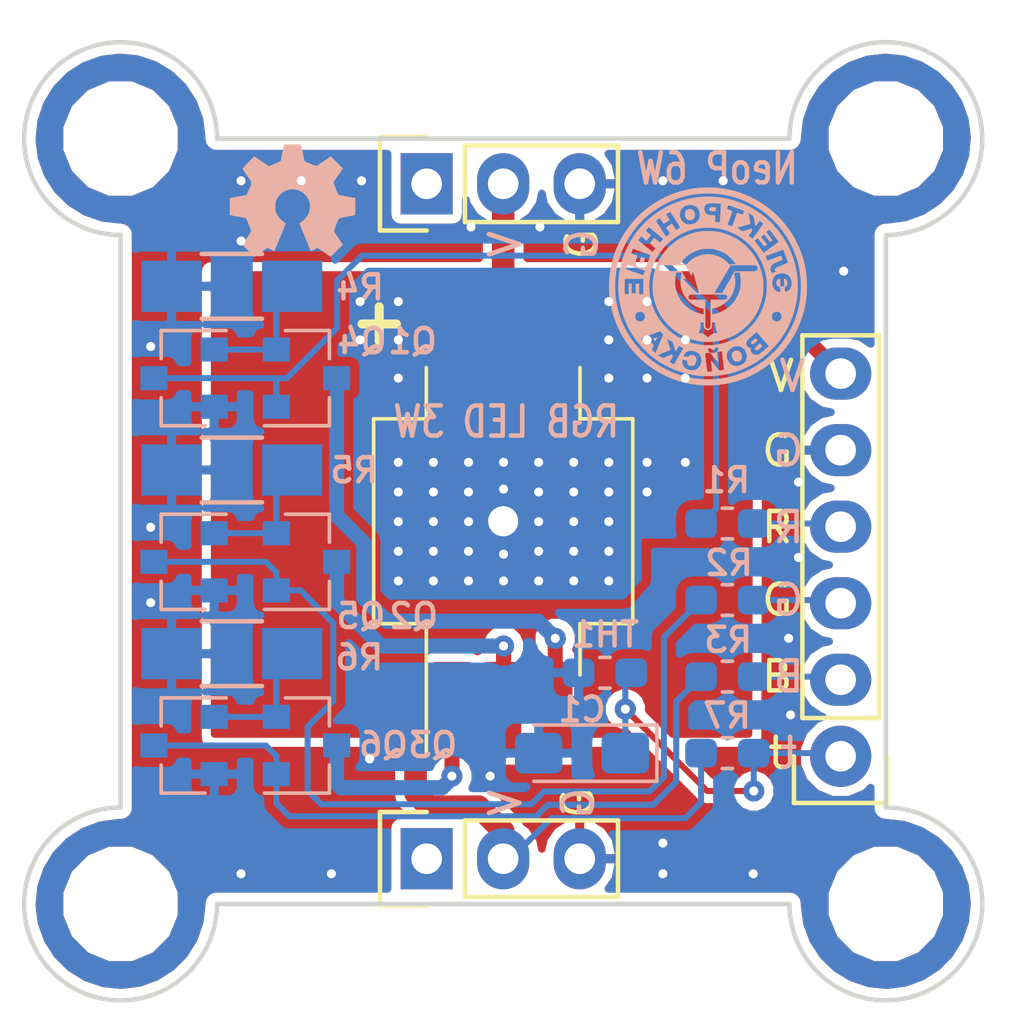
<source format=kicad_pcb>
(kicad_pcb (version 20171130) (host pcbnew "(5.0.0)")
  (layers (0 F.Cu signal) (31 B.Cu signal) (34 B.Paste user) (35 F.Paste user) (36 B.SilkS user) (37 F.SilkS user) (38 B.Mask user hide) (39 F.Mask user hide) (44 Edge.Cuts user))
  (net 0 "")
  (net 1 GND)
  (net 2 +5V)
  (net 3 "Net-(D1-Pad3)")
  (net 4 "Net-(D1-Pad2)")
  (net 5 "Net-(D1-Pad1)")
  (net 6 R)
  (net 7 G)
  (net 8 B)
  (net 9 TC)
  (net 10 "Net-(Q1-Pad1)")
  (net 11 "Net-(Q2-Pad1)")
  (net 12 "Net-(Q3-Pad1)")
  (net 13 "Net-(Q1-Pad2)")
  (net 14 "Net-(Q2-Pad2)")
  (net 15 "Net-(Q3-Pad2)")
  (module Mounting_Holes:MountingHole_3.2mm_M3 (layer F.Cu) (at 125.4 100)
    (fp_text reference REF** hide)
    (fp_text value MountingHole_3.2mm_M3)
    (pad 1 np_thru_hole circle (at 0 0) (size 3.2 3.2) (drill 3.2) (layers *.Cu *.Mask))
  )
  (module Mounting_Holes:MountingHole_3.2mm_M3 (layer F.Cu) (at 100 100)
    (fp_text reference REF** hide)
    (fp_text value MountingHole_3.2mm_M3)
    (pad 1 np_thru_hole circle (at 0 0) (size 3.2 3.2) (drill 3.2) (layers *.Cu *.Mask))
  )
  (module Mounting_Holes:MountingHole_3.2mm_M3 (layer F.Cu) (at 100 74.6)
    (fp_text reference REF** hide)
    (fp_text value MountingHole_3.2mm_M3)
    (pad 1 np_thru_hole circle (at 0 0) (size 3.2 3.2) (drill 3.2) (layers *.Cu *.Mask))
  )
  (module LED_SMD:LED_RGB_Getian_GT-P6PRGB4303 (layer F.Cu) (at 112.7 87.3 90)
    (fp_text reference D1 hide)
    (fp_text value LED_RGB)
    (pad 3 smd rect (at -6.22 1.7 90) (size 3.1 1.2) (layers F.Cu F.Paste F.Mask) (net 3 "Net-(D1-Pad3)"))
    (pad 2 smd rect (at -6.22 0 90) (size 3.1 1.2) (layers F.Cu F.Paste F.Mask) (net 4 "Net-(D1-Pad2)"))
    (pad 1 smd rect (at -6.22 -1.7 90) (size 3.1 1.2) (layers F.Cu F.Paste F.Mask) (net 5 "Net-(D1-Pad1)"))
    (pad "" thru_hole rect (at 0 0 90) (size 4.8 8) (drill 1) (layers *.Cu *.Mask) (net 2 +5V))
    (pad 6 smd rect (at 6.22 -1.7 270) (size 3.1 1.2) (layers F.Cu F.Paste F.Mask) (net 2 +5V))
    (pad 5 smd rect (at 6.22 0 270) (size 3.1 1.2) (layers F.Cu F.Paste F.Mask) (net 2 +5V))
    (pad 4 smd rect (at 6.22 1.7 270) (size 3.1 1.2) (layers F.Cu F.Paste F.Mask) (net 2 +5V))
  )
  (module Pin_Headers:Pin_Header_Straight_1x06 (layer F.Cu) (at 123.9 95.1 180)
    (fp_text reference J1 hide)
    (fp_text value Conn_01x06_Male)
    (pad 6 thru_hole oval (at 0 12.7 180) (size 2.032 1.7272) (drill 1.016) (layers *.Cu *.Mask) (net 2 +5V))
    (pad 5 thru_hole oval (at 0 10.16 180) (size 2.032 1.7272) (drill 1.016) (layers *.Cu *.Mask) (net 1 GND))
    (pad 4 thru_hole oval (at 0 7.62 180) (size 2.032 1.7272) (drill 1.016) (layers *.Cu *.Mask) (net 6 R))
    (pad 3 thru_hole oval (at 0 5.08 180) (size 2.032 1.7272) (drill 1.016) (layers *.Cu *.Mask) (net 7 G))
    (pad 2 thru_hole oval (at 0 2.54 180) (size 2.032 1.7272) (drill 1.016) (layers *.Cu *.Mask) (net 8 B))
    (pad 1 thru_hole circle (at 0 0 180) (size 2.032 2.032) (drill 1.016) (layers *.Cu *.Mask) (net 9 TC))
  )
  (module Resistors_SMD:R_1206_HandSoldering (layer B.Cu) (at 103.6955 79.502)
    (fp_text reference R4 (at 4.2545 0.0381) (layer B.SilkS) (effects (font (size 0.8 0.8)) (justify mirror)))
    (fp_text value 1,8R)
    (pad 1 smd rect (at -2 0) (size 2 1.7) (layers B.Cu B.Paste B.Mask) (net 1 GND))
    (pad 2 smd rect (at 2 0) (size 2 1.7) (layers B.Cu B.Paste B.Mask) (net 13 "Net-(Q1-Pad2)"))
  )
  (module Resistors_SMD:R_1206_HandSoldering (layer B.Cu) (at 103.6955 85.598)
    (fp_text reference R5 (at 4.064 0.0127) (layer B.SilkS) (effects (font (size 0.8 0.8)) (justify mirror)))
    (fp_text value 1,8R)
    (pad 1 smd rect (at -2 0) (size 2 1.7) (layers B.Cu B.Paste B.Mask) (net 1 GND))
    (pad 2 smd rect (at 2 0) (size 2 1.7) (layers B.Cu B.Paste B.Mask) (net 14 "Net-(Q2-Pad2)"))
  )
  (module Resistors_SMD:R_1206_HandSoldering (layer B.Cu) (at 103.6955 91.694)
    (fp_text reference R6 (at 4.2291 0.127) (layer B.SilkS) (effects (font (size 0.8 0.8)) (justify mirror)))
    (fp_text value 1,8R)
    (pad 2 smd rect (at 2 0) (size 2 1.7) (layers B.Cu B.Paste B.Mask) (net 15 "Net-(Q3-Pad2)"))
    (pad 1 smd rect (at -2 0) (size 2 1.7) (layers B.Cu B.Paste B.Mask) (net 1 GND))
  )
  (module Socket_Strips:Socket_Strip_Straight_1x03 (layer F.Cu) (at 110.16 76.1)
    (fp_text reference J2 hide)
    (fp_text value Conn_01x03_Female)
    (pad 1 thru_hole rect (at 0 0) (size 1.7272 2.032) (drill 1.016) (layers *.Cu *.Mask))
    (pad 2 thru_hole oval (at 2.54 0) (size 1.7272 2.032) (drill 1.016) (layers *.Cu *.Mask) (net 2 +5V))
    (pad 3 thru_hole oval (at 5.08 0) (size 1.7272 2.032) (drill 1.016) (layers *.Cu *.Mask) (net 1 GND))
  )
  (module Socket_Strips:Socket_Strip_Straight_1x03 (layer F.Cu) (at 110.16 98.5)
    (fp_text reference J3 hide)
    (fp_text value Conn_01x03_Female)
    (pad 3 thru_hole oval (at 5.08 0) (size 1.7272 2.032) (drill 1.016) (layers *.Cu *.Mask) (net 1 GND))
    (pad 2 thru_hole oval (at 2.54 0) (size 1.7272 2.032) (drill 1.016) (layers *.Cu *.Mask) (net 2 +5V))
    (pad 1 thru_hole rect (at 0 0) (size 1.7272 2.032) (drill 1.016) (layers *.Cu *.Mask))
  )
  (module Resistor_SMD:R_0603_1608Metric_Pad1.05x0.95mm_HandSolder (layer B.Cu) (at 120.142 87.376)
    (fp_text reference R1 (at -0.0381 -1.4351) (layer B.SilkS) (effects (font (size 0.8 0.8)) (justify mirror)))
    (fp_text value 47k)
    (pad 1 smd roundrect (at -0.875 0) (size 1.05 0.95) (layers B.Cu B.Paste B.Mask) (net 10 "Net-(Q1-Pad1)"))
    (pad 2 smd roundrect (at 0.875 0) (size 1.05 0.95) (layers B.Cu B.Paste B.Mask) (net 6 R))
  )
  (module Resistor_SMD:R_0603_1608Metric_Pad1.05x0.95mm_HandSolder (layer B.Cu) (at 120.142 89.916)
    (fp_text reference R2 (at 0.0508 -1.2319) (layer B.SilkS) (effects (font (size 0.8 0.8)) (justify mirror)))
    (fp_text value 47k)
    (pad 1 smd roundrect (at -0.875 0) (size 1.05 0.95) (layers B.Cu B.Paste B.Mask) (net 11 "Net-(Q2-Pad1)"))
    (pad 2 smd roundrect (at 0.875 0) (size 1.05 0.95) (layers B.Cu B.Paste B.Mask) (net 7 G))
  )
  (module Resistor_SMD:R_0603_1608Metric_Pad1.05x0.95mm_HandSolder (layer B.Cu) (at 120.142 92.456)
    (fp_text reference R3 (at 0.0254 -1.2192) (layer B.SilkS) (effects (font (size 0.8 0.8)) (justify mirror)))
    (fp_text value 47k)
    (pad 2 smd roundrect (at 0.875 0) (size 1.05 0.95) (layers B.Cu B.Paste B.Mask) (net 8 B))
    (pad 1 smd roundrect (at -0.875 0) (size 1.05 0.95) (layers B.Cu B.Paste B.Mask) (net 12 "Net-(Q3-Pad1)"))
  )
  (module Resistor_SMD:R_0603_1608Metric_Pad1.05x0.95mm_HandSolder (layer B.Cu) (at 120.142 94.996 180)
    (fp_text reference R7 (at 0.0127 1.2446 180) (layer B.SilkS) (effects (font (size 0.8 0.8)) (justify mirror)))
    (fp_text value 4,7k)
    (pad 2 smd roundrect (at 0.875 0 180) (size 1.05 0.95) (layers B.Cu B.Paste B.Mask) (net 2 +5V))
    (pad 1 smd roundrect (at -0.875 0 180) (size 1.05 0.95) (layers B.Cu B.Paste B.Mask) (net 9 TC))
  )
  (module Resistor_SMD:R_0603_1608Metric_Pad1.05x0.95mm_HandSolder (layer B.Cu) (at 116.078 92.329 180)
    (fp_text reference TH1 (at -0.0127 1.27 180) (layer B.SilkS) (effects (font (size 0.8 0.8)) (justify mirror)))
    (fp_text value Thermistor_NTC)
    (pad 1 smd roundrect (at -0.875 0 180) (size 1.05 0.95) (layers B.Cu B.Paste B.Mask) (net 9 TC))
    (pad 2 smd roundrect (at 0.875 0 180) (size 1.05 0.95) (layers B.Cu B.Paste B.Mask) (net 1 GND))
  )
  (module Package_TO_SOT_SMD:SOT-23 (layer B.Cu) (at 106.172 82.55)
    (fp_text reference Q1 (at 3.5164 -1.2254) (layer B.SilkS) (effects (font (size 0.8 0.8)) (justify mirror)))
    (fp_text value IRLML2060TRPBF)
    (pad 1 smd rect (at -1 0.95) (size 0.9 0.8) (layers B.Cu B.Paste B.Mask) (net 10 "Net-(Q1-Pad1)"))
    (pad 2 smd rect (at -1 -0.95) (size 0.9 0.8) (layers B.Cu B.Paste B.Mask) (net 13 "Net-(Q1-Pad2)"))
    (pad 3 smd rect (at 1 0) (size 0.9 0.8) (layers B.Cu B.Paste B.Mask) (net 3 "Net-(D1-Pad3)"))
  )
  (module Package_TO_SOT_SMD:SOT-23 (layer B.Cu) (at 106.172 88.646)
    (fp_text reference Q2 (at 3.556 1.8034) (layer B.SilkS) (effects (font (size 0.8 0.8)) (justify mirror)))
    (fp_text value IRLML2060TRPBF)
    (pad 1 smd rect (at -1 0.95) (size 0.9 0.8) (layers B.Cu B.Paste B.Mask) (net 11 "Net-(Q2-Pad1)"))
    (pad 2 smd rect (at -1 -0.95) (size 0.9 0.8) (layers B.Cu B.Paste B.Mask) (net 14 "Net-(Q2-Pad2)"))
    (pad 3 smd rect (at 1 0) (size 0.9 0.8) (layers B.Cu B.Paste B.Mask) (net 4 "Net-(D1-Pad2)"))
  )
  (module Package_TO_SOT_SMD:SOT-23 (layer B.Cu) (at 106.172 94.742)
    (fp_text reference Q3 (at 4.191 -0.0127) (layer B.SilkS) (effects (font (size 0.8 0.8)) (justify mirror)))
    (fp_text value IRLML2060TRPBF)
    (pad 3 smd rect (at 1 0) (size 0.9 0.8) (layers B.Cu B.Paste B.Mask) (net 5 "Net-(D1-Pad1)"))
    (pad 2 smd rect (at -1 -0.95) (size 0.9 0.8) (layers B.Cu B.Paste B.Mask) (net 15 "Net-(Q3-Pad2)"))
    (pad 1 smd rect (at -1 0.95) (size 0.9 0.8) (layers B.Cu B.Paste B.Mask) (net 12 "Net-(Q3-Pad1)"))
  )
  (module Package_TO_SOT_SMD:SOT-23 (layer B.Cu) (at 102.108 82.55 180)
    (fp_text reference Q4 (at -5.904 1.2254 180) (layer B.SilkS) (effects (font (size 0.8 0.8)) (justify mirror)))
    (fp_text value MMBT2222A)
    (pad 1 smd rect (at -1 0.95 180) (size 0.9 0.8) (layers B.Cu B.Paste B.Mask) (net 13 "Net-(Q1-Pad2)"))
    (pad 2 smd rect (at -1 -0.95 180) (size 0.9 0.8) (layers B.Cu B.Paste B.Mask) (net 1 GND))
    (pad 3 smd rect (at 1 0 180) (size 0.9 0.8) (layers B.Cu B.Paste B.Mask) (net 10 "Net-(Q1-Pad1)"))
  )
  (module Package_TO_SOT_SMD:SOT-23 (layer B.Cu) (at 102.108 88.646 180)
    (fp_text reference Q5 (at -5.8674 -1.8034 180) (layer B.SilkS) (effects (font (size 0.8 0.8)) (justify mirror)))
    (fp_text value MMBT2222A)
    (pad 3 smd rect (at 1 0 180) (size 0.9 0.8) (layers B.Cu B.Paste B.Mask) (net 11 "Net-(Q2-Pad1)"))
    (pad 2 smd rect (at -1 -0.95 180) (size 0.9 0.8) (layers B.Cu B.Paste B.Mask) (net 1 GND))
    (pad 1 smd rect (at -1 0.95 180) (size 0.9 0.8) (layers B.Cu B.Paste B.Mask) (net 14 "Net-(Q2-Pad2)"))
  )
  (module Package_TO_SOT_SMD:SOT-23 (layer B.Cu) (at 102.108 94.742 180)
    (fp_text reference Q6 (at -6.6167 0.0127 180) (layer B.SilkS) (effects (font (size 0.8 0.8)) (justify mirror)))
    (fp_text value MMBT2222A)
    (pad 3 smd rect (at 1 0 180) (size 0.9 0.8) (layers B.Cu B.Paste B.Mask) (net 12 "Net-(Q3-Pad1)"))
    (pad 2 smd rect (at -1 -0.95 180) (size 0.9 0.8) (layers B.Cu B.Paste B.Mask) (net 1 GND))
    (pad 1 smd rect (at -1 0.95 180) (size 0.9 0.8) (layers B.Cu B.Paste B.Mask) (net 15 "Net-(Q3-Pad2)"))
  )
  (module Capacitor_Tantalum_SMD:CP_EIA-3216-18_Kemet-A_Pad1.58x1.35mm_HandSolder (layer B.Cu) (at 115.316 94.996 180)
    (fp_text reference C1 (at 0 1.4478 180) (layer B.SilkS) (effects (font (size 0.8 0.8)) (justify mirror)))
    (fp_text value CP)
    (pad 1 smd roundrect (at -1.4375 0 180) (size 1.575 1.35) (layers B.Cu B.Paste B.Mask) (roundrect_rratio 0.185185) (net 9 TC))
    (pad 2 smd roundrect (at 1.4375 0 180) (size 1.575 1.35) (layers B.Cu B.Paste B.Mask) (roundrect_rratio 0.185185) (net 1 GND))
  )
  (module Symbols:RDC_PCB (layer B.Cu) (at 119.5 79.5 180)
    (fp_text reference G*** hide)
    (fp_text value LOGO hide)
  )
  (module Symbols:oshw_5mm (layer B.Cu) (at 105.7 76.7 180)
    (fp_text reference G*** hide)
    (fp_text value LOGO hide)
  )
  (module Mounting_Holes:MountingHole_3.2mm_M3 (layer F.Cu) (at 125.4 74.6)
    (fp_text reference REF** hide)
    (fp_text value MountingHole_3.2mm_M3)
    (pad 1 np_thru_hole circle (at 0 0) (size 3.2 3.2) (drill 3.2) (layers *.Cu *.Mask))
  )
  (gr_text "NeoP 6W" (at 119.8 75.6) (layer B.SilkS) (effects (font (size 1 0.8)) (justify mirror)))
  (gr_text "RGB LED 3W" (at 112.8 84) (layer B.SilkS) (effects (font (size 1 0.8)) (justify mirror)))
  (gr_text + (at 108.585 80.645) (layer F.SilkS) (effects (font (size 1.5 1.5) (thickness 0.3))))
  (gr_text G (at 115.316 78.105 90) (layer B.SilkS) (effects (font (size 1 1)) (justify mirror)))
  (gr_text V (at 112.776 78.105 90) (layer B.SilkS) (effects (font (size 1 1)) (justify mirror)))
  (gr_text V (at 112.776 96.647 90) (layer B.SilkS) (effects (font (size 1 1)) (justify mirror)))
  (gr_text G (at 115.189 96.647 90) (layer B.SilkS) (effects (font (size 1 1)) (justify mirror)))
  (gr_text V (at 112.776 96.647 90) (layer F.SilkS) (effects (font (size 1 1))))
  (gr_text G (at 115.189 96.647 90) (layer F.SilkS) (effects (font (size 1 1))))
  (gr_text G (at 115.316 78.105 90) (layer F.SilkS) (effects (font (size 1 1))))
  (gr_text V (at 112.776 78.105 90) (layer F.SilkS) (effects (font (size 1 1))))
  (gr_text t (at 122.174 94.996) (layer B.SilkS) (effects (font (size 1 1)) (justify mirror)))
  (gr_text B (at 122.174 92.456) (layer B.SilkS) (effects (font (size 1 1)) (justify mirror)))
  (gr_text G (at 122.174 89.916) (layer B.SilkS) (effects (font (size 1 1)) (justify mirror)))
  (gr_text R (at 122.174 87.503) (layer B.SilkS) (effects (font (size 1 1)) (justify mirror)))
  (gr_text G (at 122.174 84.963) (layer B.SilkS) (effects (font (size 1 1)) (justify mirror)))
  (gr_text V (at 122.301 82.4865) (layer B.SilkS) (effects (font (size 1 1)) (justify mirror)))
  (gr_text t (at 121.793 94.996) (layer F.SilkS) (effects (font (size 1 1))))
  (gr_text B (at 121.793 92.456) (layer F.SilkS) (effects (font (size 1 1))))
  (gr_text G (at 121.793 89.916) (layer F.SilkS) (effects (font (size 1 1))))
  (gr_text R (at 121.793 87.503) (layer F.SilkS) (effects (font (size 1 1))))
  (gr_text G (at 121.793 84.963) (layer F.SilkS) (effects (font (size 1 1))))
  (gr_text V (at 121.92 82.4865) (layer F.SilkS) (effects (font (size 1 1))))
  (gr_arc (start 100 100) (end 100 96.8) (angle -270) (layer Edge.Cuts) (width 0.15))
  (gr_arc (start 125.4 100) (end 122.2 100) (angle -270) (layer Edge.Cuts) (width 0.15))
  (gr_arc (start 125.4 74.6) (end 125.4 77.8) (angle -270) (layer Edge.Cuts) (width 0.15))
  (gr_arc (start 100 74.6) (end 103.2 74.6) (angle -270) (layer Edge.Cuts) (width 0.15))
  (gr_line (start 122.2 100) (end 103.2 100) (layer Edge.Cuts) (width 0.15))
  (gr_line (start 125.4 77.8) (end 125.4 96.8) (layer Edge.Cuts) (width 0.15))
  (gr_line (start 103.2 74.6) (end 122.2 74.6) (layer Edge.Cuts) (width 0.15))
  (gr_line (start 100 96.8) (end 100 77.8) (layer Edge.Cuts) (width 0.15))
  (via (at 104 99) (size 0.7) (drill 0.3) (layers F.Cu B.Cu) (net 1))
  (via (at 107 99) (size 0.7) (drill 0.3) (layers F.Cu B.Cu) (net 1))
  (via (at 108 76) (size 0.7) (drill 0.3) (layers F.Cu B.Cu) (net 1))
  (via (at 104 76) (size 0.7) (drill 0.3) (layers F.Cu B.Cu) (net 1))
  (via (at 106 76) (size 0.7) (drill 0.3) (layers F.Cu B.Cu) (net 1))
  (via (at 118 99) (size 0.7) (drill 0.3) (layers F.Cu B.Cu) (net 1))
  (via (at 121 99) (size 0.7) (drill 0.3) (layers F.Cu B.Cu) (net 1))
  (via (at 122.5 88.5) (size 0.7) (drill 0.3) (layers F.Cu B.Cu) (net 1))
  (via (at 122.5 86) (size 0.7) (drill 0.3) (layers F.Cu B.Cu) (net 1))
  (via (at 101 87.5) (size 0.7) (drill 0.3) (layers F.Cu B.Cu) (net 1))
  (via (at 101 90) (size 0.7) (drill 0.3) (layers F.Cu B.Cu) (net 1))
  (via (at 101 81.5) (size 0.7) (drill 0.3) (layers F.Cu B.Cu) (net 1))
  (via (at 112.268 95.758) (size 0.7) (drill 0.3) (layers F.Cu B.Cu) (net 1))
  (via (at 122.2375 93.726) (size 0.7) (drill 0.3) (layers F.Cu B.Cu) (net 1))
  (via (at 122.174 91.186) (size 0.7) (drill 0.3) (layers F.Cu B.Cu) (net 1))
  (via (at 113.919 77.5335) (size 0.7) (drill 0.3) (layers F.Cu B.Cu) (net 1))
  (via (at 111.633 77.5335) (size 0.7) (drill 0.3) (layers F.Cu B.Cu) (net 1))
  (via (at 118 76) (size 0.7) (drill 0.3) (layers F.Cu B.Cu) (net 1))
  (via (at 120 76) (size 0.7) (drill 0.3) (layers F.Cu B.Cu) (net 1))
  (via (at 124 79) (size 0.7) (drill 0.3) (layers F.Cu B.Cu) (net 1))
  (via (at 104 78) (size 0.7) (drill 0.3) (layers F.Cu B.Cu) (net 1))
  (via (at 108.2675 95.1865) (size 0.7) (drill 0.3) (layers F.Cu B.Cu) (net 1))
  (via (at 118 97.9805) (size 0.7) (drill 0.3) (layers F.Cu B.Cu) (net 1))
  (via (at 112.712498 89.281) (size 0.7) (drill 0.3) (layers F.Cu B.Cu) (net 2))
  (via (at 112.712498 88.392) (size 0.7) (drill 0.3) (layers F.Cu B.Cu) (net 2))
  (via (at 113.876664 86.32825) (size 0.7) (drill 0.3) (layers F.Cu B.Cu) (net 2))
  (via (at 110.384166 89.281) (size 0.7) (drill 0.3) (layers F.Cu B.Cu) (net 2))
  (via (at 116.205 89.281) (size 0.7) (drill 0.3) (layers F.Cu B.Cu) (net 2))
  (via (at 115.04083 89.281) (size 0.7) (drill 0.3) (layers F.Cu B.Cu) (net 2))
  (via (at 113.876664 89.281) (size 0.7) (drill 0.3) (layers F.Cu B.Cu) (net 2))
  (via (at 111.548332 89.281) (size 0.7) (drill 0.3) (layers F.Cu B.Cu) (net 2))
  (via (at 111.548332 88.29675) (size 0.7) (drill 0.3) (layers F.Cu B.Cu) (net 2))
  (via (at 113.876664 88.29675) (size 0.7) (drill 0.3) (layers F.Cu B.Cu) (net 2))
  (via (at 115.04083 88.29675) (size 0.7) (drill 0.3) (layers F.Cu B.Cu) (net 2))
  (via (at 111.548332 85.344) (size 0.7) (drill 0.3) (layers F.Cu B.Cu) (net 2))
  (via (at 113.876664 85.344) (size 0.7) (drill 0.3) (layers F.Cu B.Cu) (net 2))
  (via (at 115.04083 86.32825) (size 0.7) (drill 0.3) (layers F.Cu B.Cu) (net 2))
  (via (at 115.04083 85.344) (size 0.7) (drill 0.3) (layers F.Cu B.Cu) (net 2))
  (via (at 110.384166 86.32825) (size 0.7) (drill 0.3) (layers F.Cu B.Cu) (net 2))
  (via (at 110.384166 85.344) (size 0.7) (drill 0.3) (layers F.Cu B.Cu) (net 2))
  (via (at 109.22 86.32825) (size 0.7) (drill 0.3) (layers F.Cu B.Cu) (net 2))
  (via (at 109.22 88.29675) (size 0.7) (drill 0.3) (layers F.Cu B.Cu) (net 2))
  (via (at 116.205 88.29675) (size 0.7) (drill 0.3) (layers F.Cu B.Cu) (net 2))
  (via (at 116.205 86.32825) (size 0.7) (drill 0.3) (layers F.Cu B.Cu) (net 2))
  (via (at 116.205 85.344) (size 0.7) (drill 0.3) (layers F.Cu B.Cu) (net 2))
  (via (at 109.22 85.344) (size 0.7) (drill 0.3) (layers F.Cu B.Cu) (net 2))
  (segment (start 112.7 81.08) (end 111 81.08) (width 0.5) (layer F.Cu) (net 2))
  (segment (start 112.7 81.08) (end 114.4 81.08) (width 0.5) (layer F.Cu) (net 2))
  (segment (start 114.4 81.08) (end 116.205 81.08) (width 0.5) (layer F.Cu) (net 2))
  (segment (start 122.58 81.08) (end 123.9 82.4) (width 0.5) (layer F.Cu) (net 2))
  (segment (start 112.7 83.13) (end 112.7 83.82) (width 0.5) (layer F.Cu) (net 2))
  (segment (start 112.7 81.08) (end 112.7 83.13) (width 0.5) (layer F.Cu) (net 2))
  (segment (start 111.836 87.3) (end 111.836 87.3) (width 0.5) (layer F.Cu) (net 2))
  (segment (start 112.7 98.5) (end 112.7 98.3476) (width 0.5) (layer B.Cu) (net 2))
  (via (at 109.22 82.55) (size 0.7) (drill 0.3) (layers F.Cu B.Cu) (net 2))
  (via (at 109.22 81.28) (size 0.7) (drill 0.3) (layers F.Cu B.Cu) (net 2))
  (via (at 109.22 80.01) (size 0.7) (drill 0.3) (layers F.Cu B.Cu) (net 2))
  (via (at 116.205 82.55) (size 0.7) (drill 0.3) (layers F.Cu B.Cu) (net 2))
  (segment (start 116.205 81.08) (end 117.475 81.08) (width 0.5) (layer F.Cu) (net 2))
  (via (at 116.205 81.28) (size 0.7) (drill 0.3) (layers F.Cu B.Cu) (net 2))
  (via (at 116.205 80.01) (size 0.7) (drill 0.3) (layers F.Cu B.Cu) (net 2))
  (via (at 117.475 82.55) (size 0.7) (drill 0.3) (layers F.Cu B.Cu) (net 2))
  (segment (start 117.475 81.08) (end 118.745 81.08) (width 0.5) (layer F.Cu) (net 2))
  (via (at 117.475 81.28) (size 0.7) (drill 0.3) (layers F.Cu B.Cu) (net 2))
  (via (at 117.475 80.01) (size 0.7) (drill 0.3) (layers F.Cu B.Cu) (net 2))
  (segment (start 118.745 81.08) (end 122.58 81.08) (width 0.5) (layer F.Cu) (net 2))
  (via (at 118.745 81.28) (size 0.7) (drill 0.3) (layers F.Cu B.Cu) (net 2))
  (via (at 118.745 82.55) (size 0.7) (drill 0.3) (layers F.Cu B.Cu) (net 2))
  (via (at 117.475 85.344) (size 0.7) (drill 0.3) (layers F.Cu B.Cu) (net 2))
  (via (at 118.745 85.344) (size 0.7) (drill 0.3) (layers F.Cu B.Cu) (net 2))
  (via (at 117.475 86.32825) (size 0.7) (drill 0.3) (layers F.Cu B.Cu) (net 2))
  (via (at 107.95 80.01) (size 0.7) (drill 0.3) (layers F.Cu B.Cu) (net 2))
  (via (at 107.95 81.28) (size 0.7) (drill 0.3) (layers F.Cu B.Cu) (net 2))
  (via (at 110.384166 88.29675) (size 0.7) (drill 0.3) (layers F.Cu B.Cu) (net 2))
  (via (at 109.22 89.281) (size 0.7) (drill 0.3) (layers F.Cu B.Cu) (net 2))
  (via (at 111.548332 86.32825) (size 0.7) (drill 0.3) (layers F.Cu B.Cu) (net 2))
  (segment (start 112.7 85.725) (end 112.7 86.36) (width 0.5) (layer F.Cu) (net 2))
  (via (at 112.712498 85.344) (size 0.7) (drill 0.3) (layers F.Cu B.Cu) (net 2))
  (segment (start 112.7 86.36) (end 112.7 87.3) (width 0.5) (layer F.Cu) (net 2))
  (via (at 112.712498 86.233) (size 0.7) (drill 0.3) (layers F.Cu B.Cu) (net 2))
  (via (at 116.205 87.3125) (size 0.7) (drill 0.3) (layers F.Cu B.Cu) (net 2))
  (via (at 111.548332 87.3125) (size 0.7) (drill 0.3) (layers F.Cu B.Cu) (net 2))
  (via (at 113.876664 87.3125) (size 0.7) (drill 0.3) (layers F.Cu B.Cu) (net 2))
  (via (at 115.04083 87.3125) (size 0.7) (drill 0.3) (layers F.Cu B.Cu) (net 2))
  (via (at 109.22 87.3125) (size 0.7) (drill 0.3) (layers F.Cu B.Cu) (net 2))
  (via (at 110.384166 87.3125) (size 0.7) (drill 0.3) (layers F.Cu B.Cu) (net 2))
  (segment (start 112.7 83.82) (end 112.7 85.725) (width 0.5) (layer F.Cu) (net 2))
  (segment (start 112.7 98.222) (end 112.7 98.5) (width 0.5) (layer F.Cu) (net 2))
  (segment (start 112.7 87.3) (end 111.836 87.3) (width 0.5) (layer F.Cu) (net 2))
  (segment (start 111.836 87.3) (end 109.093 90.043) (width 0.5) (layer F.Cu) (net 2))
  (segment (start 109.093 90.043) (end 109.093 93.4085) (width 0.5) (layer F.Cu) (net 2))
  (segment (start 109.728 94.0435) (end 109.5375 94.0435) (width 0.5) (layer F.Cu) (net 2))
  (segment (start 109.728 94.0435) (end 109.7915 94.107) (width 0.5) (layer F.Cu) (net 2))
  (segment (start 109.093 93.4085) (end 109.728 94.0435) (width 0.5) (layer F.Cu) (net 2))
  (segment (start 109.5375 94.0435) (end 109.347 94.234) (width 0.5) (layer F.Cu) (net 2))
  (segment (start 112.7 98.5) (end 112.955 98.5) (width 0.2) (layer B.Cu) (net 2))
  (segment (start 112.955 98.5) (end 114.3 97.155) (width 0.2) (layer B.Cu) (net 2))
  (segment (start 114.3 97.155) (end 118.745 97.155) (width 0.2) (layer B.Cu) (net 2))
  (segment (start 119.267 96.633) (end 119.267 94.996) (width 0.2) (layer B.Cu) (net 2))
  (segment (start 118.745 97.155) (end 119.267 96.633) (width 0.2) (layer B.Cu) (net 2))
  (segment (start 112.7 76.1) (end 112.7 81.08) (width 0.75) (layer F.Cu) (net 2))
  (segment (start 109.7915 95.3135) (end 109.7915 96.3295) (width 0.75) (layer F.Cu) (net 2))
  (segment (start 109.7915 96.3295) (end 110.236 96.774) (width 0.75) (layer F.Cu) (net 2))
  (segment (start 110.236 96.774) (end 111.887 96.774) (width 0.75) (layer F.Cu) (net 2))
  (segment (start 112.7 97.587) (end 112.7 98.5) (width 0.75) (layer F.Cu) (net 2))
  (segment (start 111.887 96.774) (end 112.7 97.587) (width 0.75) (layer F.Cu) (net 2))
  (segment (start 109.7915 95.3135) (end 109.7915 94.107) (width 0.5) (layer F.Cu) (net 2))
  (segment (start 109.474 94.4245) (end 109.093 94.0435) (width 0.5) (layer F.Cu) (net 2))
  (segment (start 109.474 94.996) (end 109.474 94.4245) (width 0.5) (layer F.Cu) (net 2))
  (segment (start 109.093 94.0435) (end 109.093 94.615) (width 0.75) (layer F.Cu) (net 2))
  (segment (start 109.093 93.4085) (end 109.093 94.0435) (width 0.75) (layer F.Cu) (net 2))
  (segment (start 109.474 94.996) (end 109.7915 95.3135) (width 0.75) (layer F.Cu) (net 2))
  (segment (start 109.093 94.615) (end 109.474 94.996) (width 0.75) (layer F.Cu) (net 2))
  (via (at 114.427 91.186) (size 0.7) (drill 0.3) (layers F.Cu B.Cu) (net 3))
  (segment (start 114.427 93.493) (end 114.4 93.52) (width 0.5) (layer F.Cu) (net 3))
  (segment (start 114.427 91.186) (end 114.427 93.493) (width 0.5) (layer F.Cu) (net 3))
  (segment (start 113.8555 90.6145) (end 114.427 91.186) (width 0.5) (layer B.Cu) (net 3))
  (segment (start 108.839 90.6145) (end 113.8555 90.6145) (width 0.5) (layer B.Cu) (net 3))
  (segment (start 108.072001 89.847501) (end 108.839 90.6145) (width 0.5) (layer B.Cu) (net 3))
  (segment (start 108.072001 88.011) (end 108.072001 89.847501) (width 0.5) (layer B.Cu) (net 3))
  (segment (start 107.172 87.110999) (end 108.072001 88.011) (width 0.5) (layer B.Cu) (net 3))
  (segment (start 107.172 82.55) (end 107.172 87.110999) (width 0.5) (layer B.Cu) (net 3))
  (via (at 112.7125 91.44) (size 0.7) (drill 0.3) (layers F.Cu B.Cu) (net 4))
  (segment (start 112.7125 91.567) (end 112.7125 93.5075) (width 0.5) (layer F.Cu) (net 4))
  (segment (start 112.7125 93.5075) (end 112.7 93.52) (width 0.5) (layer F.Cu) (net 4))
  (segment (start 112.7125 91.44) (end 112.7125 93.5075) (width 0.5) (layer F.Cu) (net 4))
  (segment (start 107.172 89.9635) (end 107.172 88.646) (width 0.5) (layer B.Cu) (net 4))
  (segment (start 108.6485 91.44) (end 107.172 89.9635) (width 0.5) (layer B.Cu) (net 4))
  (segment (start 112.7125 91.44) (end 108.6485 91.44) (width 0.5) (layer B.Cu) (net 4))
  (via (at 110.998 95.758) (size 0.7) (drill 0.3) (layers F.Cu B.Cu) (net 5))
  (segment (start 110.67802 96.14148) (end 110.9345 95.885) (width 0.5) (layer B.Cu) (net 5))
  (segment (start 107.31748 96.14148) (end 110.67802 96.14148) (width 0.5) (layer B.Cu) (net 5))
  (segment (start 107.172 94.742) (end 107.172 95.996) (width 0.5) (layer B.Cu) (net 5))
  (segment (start 107.172 95.996) (end 107.31748 96.14148) (width 0.5) (layer B.Cu) (net 5))
  (segment (start 111 95.756) (end 110.998 95.758) (width 0.5) (layer F.Cu) (net 5))
  (segment (start 111 93.52) (end 111 95.756) (width 0.5) (layer F.Cu) (net 5))
  (segment (start 123.796 87.376) (end 123.9 87.48) (width 0.2) (layer B.Cu) (net 6))
  (segment (start 121.017 87.376) (end 123.796 87.376) (width 0.2) (layer B.Cu) (net 6))
  (segment (start 123.796 89.916) (end 123.9 90.02) (width 0.2) (layer B.Cu) (net 7))
  (segment (start 121.017 89.916) (end 123.796 89.916) (width 0.2) (layer B.Cu) (net 7))
  (segment (start 123.796 92.456) (end 123.9 92.56) (width 0.2) (layer B.Cu) (net 8))
  (segment (start 121.017 92.456) (end 123.796 92.456) (width 0.2) (layer B.Cu) (net 8))
  (segment (start 123.796 94.996) (end 123.9 95.1) (width 0.2) (layer B.Cu) (net 9))
  (segment (start 121.017 94.996) (end 123.796 94.996) (width 0.2) (layer B.Cu) (net 9))
  (via (at 116.7535 93.5355) (size 0.7) (drill 0.3) (layers F.Cu B.Cu) (net 9))
  (segment (start 116.7535 93.5379) (end 116.7535 93.5355) (width 0.2) (layer F.Cu) (net 9))
  (segment (start 118.3156 95.1) (end 116.7535 93.5379) (width 0.2) (layer F.Cu) (net 9))
  (segment (start 116.7535 94.996) (end 116.7535 93.5355) (width 0.2) (layer B.Cu) (net 9))
  (segment (start 116.7535 92.5285) (end 116.953 92.329) (width 0.2) (layer B.Cu) (net 9))
  (segment (start 116.7535 93.5355) (end 116.7535 92.5285) (width 0.2) (layer B.Cu) (net 9))
  (segment (start 121.017 94.996) (end 121.017 96.252) (width 0.2) (layer B.Cu) (net 9))
  (via (at 121.017 96.252) (size 0.7) (drill 0.3) (layers F.Cu B.Cu) (net 9))
  (segment (start 119.47 96.252) (end 116.7535 93.5355) (width 0.2) (layer F.Cu) (net 9))
  (segment (start 121.017 96.252) (end 119.47 96.252) (width 0.2) (layer F.Cu) (net 9))
  (segment (start 101.108 82.55) (end 104.648 82.55) (width 0.2) (layer B.Cu) (net 10))
  (segment (start 105.17 82.898) (end 105.17 82.55) (width 0.2) (layer B.Cu) (net 10))
  (segment (start 105.172 82.9) (end 105.17 82.898) (width 0.2) (layer B.Cu) (net 10))
  (segment (start 105.172 83.5) (end 105.172 82.9) (width 0.2) (layer B.Cu) (net 10))
  (segment (start 104.648 82.55) (end 105.17 82.55) (width 0.2) (layer B.Cu) (net 10))
  (segment (start 119.766072 86.876928) (end 119.267 87.376) (width 0.2) (layer B.Cu) (net 10))
  (segment (start 119.766072 80.396072) (end 119.766072 86.876928) (width 0.2) (layer B.Cu) (net 10))
  (segment (start 105.17 82.55) (end 105.522 82.55) (width 0.2) (layer B.Cu) (net 10))
  (segment (start 105.522 82.55) (end 107.188 80.884) (width 0.2) (layer B.Cu) (net 10))
  (segment (start 107.188 80.884) (end 107.188 79.3115) (width 0.2) (layer B.Cu) (net 10))
  (segment (start 107.188 79.3115) (end 108.0135 78.486) (width 0.2) (layer B.Cu) (net 10))
  (segment (start 108.0135 78.486) (end 117.856 78.486) (width 0.2) (layer B.Cu) (net 10))
  (segment (start 117.856 78.486) (end 119.766072 80.396072) (width 0.2) (layer B.Cu) (net 10))
  (segment (start 105.172 88.996) (end 105.172 89.596) (width 0.2) (layer B.Cu) (net 11))
  (segment (start 104.822 88.646) (end 105.172 88.996) (width 0.2) (layer B.Cu) (net 11))
  (segment (start 101.108 88.646) (end 104.822 88.646) (width 0.2) (layer B.Cu) (net 11))
  (segment (start 113.632114 96.69149) (end 114.057604 96.266) (width 0.2) (layer B.Cu) (net 11))
  (segment (start 118.0338 95.789202) (end 117.938002 95.885) (width 0.2) (layer B.Cu) (net 11))
  (segment (start 117.557002 96.266) (end 117.938002 95.885) (width 0.2) (layer B.Cu) (net 11))
  (segment (start 114.057604 96.266) (end 117.557002 96.266) (width 0.2) (layer B.Cu) (net 11))
  (segment (start 107.061 90.679999) (end 105.977001 89.596) (width 0.2) (layer B.Cu) (net 11))
  (segment (start 112.649 96.69149) (end 106.66099 96.69149) (width 0.2) (layer B.Cu) (net 11))
  (segment (start 106.66099 96.69149) (end 106.2101 96.2406) (width 0.2) (layer B.Cu) (net 11))
  (segment (start 107.061 93.2688) (end 107.061 90.679999) (width 0.2) (layer B.Cu) (net 11))
  (segment (start 106.2101 94.1197) (end 107.061 93.2688) (width 0.2) (layer B.Cu) (net 11))
  (segment (start 119.267 89.916) (end 118.0338 91.1492) (width 0.2) (layer B.Cu) (net 11))
  (segment (start 118.0338 91.1492) (end 118.0338 95.789202) (width 0.2) (layer B.Cu) (net 11))
  (segment (start 106.2101 96.2406) (end 106.2101 94.1197) (width 0.2) (layer B.Cu) (net 11))
  (segment (start 105.977001 89.596) (end 105.172 89.596) (width 0.2) (layer B.Cu) (net 11))
  (segment (start 112.649 96.69149) (end 113.632114 96.69149) (width 0.2) (layer B.Cu) (net 11))
  (segment (start 104.822 94.742) (end 105.172 95.092) (width 0.2) (layer B.Cu) (net 12))
  (segment (start 101.108 94.742) (end 104.822 94.742) (width 0.2) (layer B.Cu) (net 12))
  (segment (start 105.172 95.092) (end 105.172 95.692) (width 0.2) (layer B.Cu) (net 12))
  (segment (start 105.6005 97.0915) (end 105.172 96.663) (width 0.2) (layer B.Cu) (net 12))
  (segment (start 105.172 96.663) (end 105.172 95.692) (width 0.2) (layer B.Cu) (net 12))
  (segment (start 119.267 92.456) (end 118.44199 93.28101) (width 0.2) (layer B.Cu) (net 12))
  (segment (start 112.8395 97.0915) (end 113.797802 97.0915) (width 0.2) (layer B.Cu) (net 12))
  (segment (start 112.8395 97.0915) (end 105.6005 97.0915) (width 0.2) (layer B.Cu) (net 12))
  (segment (start 113.797802 97.0915) (end 114.178802 96.7105) (width 0.2) (layer B.Cu) (net 12))
  (segment (start 118.44199 93.28101) (end 118.44199 95.6945) (width 0.2) (layer B.Cu) (net 12))
  (segment (start 117.67999 96.7105) (end 118.44199 95.9485) (width 0.2) (layer B.Cu) (net 12))
  (segment (start 117.6655 96.7105) (end 117.67999 96.7105) (width 0.2) (layer B.Cu) (net 12))
  (segment (start 118.44199 95.9485) (end 118.44199 95.6945) (width 0.2) (layer B.Cu) (net 12))
  (segment (start 114.178802 96.7105) (end 117.6655 96.7105) (width 0.2) (layer B.Cu) (net 12))
  (segment (start 103.758 81.6) (end 105.172 81.6) (width 0.2) (layer B.Cu) (net 13))
  (segment (start 103.108 81.6) (end 103.758 81.6) (width 0.2) (layer B.Cu) (net 13))
  (segment (start 105.172 80.089) (end 105.759 79.502) (width 0.2) (layer B.Cu) (net 13))
  (segment (start 105.172 81.6) (end 105.172 80.089) (width 0.2) (layer B.Cu) (net 13))
  (segment (start 103.758 87.696) (end 105.172 87.696) (width 0.2) (layer B.Cu) (net 14))
  (segment (start 103.108 87.696) (end 103.758 87.696) (width 0.2) (layer B.Cu) (net 14))
  (segment (start 105.172 86.185) (end 105.759 85.598) (width 0.2) (layer B.Cu) (net 14))
  (segment (start 105.172 87.696) (end 105.172 86.185) (width 0.2) (layer B.Cu) (net 14))
  (segment (start 103.758 93.792) (end 105.172 93.792) (width 0.2) (layer B.Cu) (net 15))
  (segment (start 103.108 93.792) (end 103.758 93.792) (width 0.2) (layer B.Cu) (net 15))
  (segment (start 105.172 92.281) (end 105.759 91.694) (width 0.2) (layer B.Cu) (net 15))
  (segment (start 105.172 93.792) (end 105.172 92.281) (width 0.2) (layer B.Cu) (net 15))
  (zone (net 2) (net_name +5V) (layer F.Cu) (priority 1) (connect_pads (clearance 0.3)) (min_thickness 0.254) (fill yes (arc_segments 16) (thermal_gap 0.3) (thermal_bridge_width 0.3))
    (polygon (pts (xy 103 79) (xy 121 79) (xy 120.9675 94.488) (xy 102.997 94.488)))
  )
  (zone (net 1) (net_name GND) (layer B.Cu) (connect_pads (clearance 0.3)) (min_thickness 0.254) (fill yes (arc_segments 16) (thermal_gap 0.3) (thermal_bridge_width 0.3))
    (polygon (pts (xy 97 70) (xy 130 70) (xy 130 104) (xy 96 104)))
  )
  (zone (net 1) (net_name GND) (layer F.Cu) (connect_pads (clearance 0.3)) (min_thickness 0.254) (fill yes (arc_segments 16) (thermal_gap 0.3) (thermal_bridge_width 0.3))
    (polygon (pts (xy 97 70) (xy 130 70) (xy 130 104) (xy 96 104)))
  )
  (zone (net 2) (net_name +5V) (layer B.Cu) (priority 1) (connect_pads (clearance 0.3)) (min_thickness 0.254) (fill yes (arc_segments 16) (thermal_gap 0.3) (thermal_bridge_width 0.3))
    (polygon (pts (xy 119.7483 80.4037) (xy 119.7229 87.884) (xy 119.7102 87.884) (xy 119.7102 87.8967) (xy 117.2972 87.8713) (xy 117.3099 89.2429) (xy 116.7257 89.9033) (xy 107.2007 89.9033) (xy 107.188 79.3623) (xy 108.0262 78.5114) (xy 117.856 78.4987)))
  )
)
</source>
